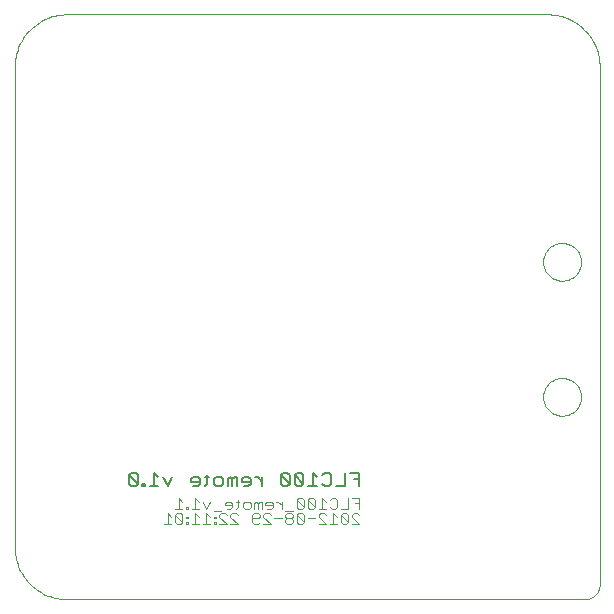
<source format=gbo>
G75*
G70*
%OFA0B0*%
%FSLAX24Y24*%
%IPPOS*%
%LPD*%
%AMOC8*
5,1,8,0,0,1.08239X$1,22.5*
%
%ADD10C,0.0000*%
%ADD11C,0.0060*%
%ADD12C,0.0030*%
D10*
X002425Y000675D02*
X019675Y000675D01*
X019719Y000677D01*
X019762Y000683D01*
X019804Y000692D01*
X019846Y000705D01*
X019886Y000722D01*
X019925Y000742D01*
X019962Y000765D01*
X019996Y000792D01*
X020029Y000821D01*
X020058Y000854D01*
X020085Y000888D01*
X020108Y000925D01*
X020128Y000964D01*
X020145Y001004D01*
X020158Y001046D01*
X020167Y001088D01*
X020173Y001131D01*
X020175Y001175D01*
X020175Y018425D01*
X020173Y018508D01*
X020167Y018591D01*
X020157Y018674D01*
X020143Y018756D01*
X020126Y018838D01*
X020104Y018918D01*
X020079Y018997D01*
X020050Y019075D01*
X020017Y019152D01*
X019980Y019227D01*
X019941Y019300D01*
X019897Y019371D01*
X019851Y019440D01*
X019801Y019507D01*
X019748Y019571D01*
X019692Y019633D01*
X019633Y019692D01*
X019571Y019748D01*
X019507Y019801D01*
X019440Y019851D01*
X019371Y019897D01*
X019300Y019941D01*
X019227Y019980D01*
X019152Y020017D01*
X019075Y020050D01*
X018997Y020079D01*
X018918Y020104D01*
X018838Y020126D01*
X018756Y020143D01*
X018674Y020157D01*
X018591Y020167D01*
X018508Y020173D01*
X018425Y020175D01*
X002425Y020175D01*
X002342Y020173D01*
X002259Y020167D01*
X002176Y020157D01*
X002094Y020143D01*
X002012Y020126D01*
X001932Y020104D01*
X001853Y020079D01*
X001775Y020050D01*
X001698Y020017D01*
X001623Y019980D01*
X001550Y019941D01*
X001479Y019897D01*
X001410Y019851D01*
X001343Y019801D01*
X001279Y019748D01*
X001217Y019692D01*
X001158Y019633D01*
X001102Y019571D01*
X001049Y019507D01*
X000999Y019440D01*
X000953Y019371D01*
X000909Y019300D01*
X000870Y019227D01*
X000833Y019152D01*
X000800Y019075D01*
X000771Y018997D01*
X000746Y018918D01*
X000724Y018838D01*
X000707Y018756D01*
X000693Y018674D01*
X000683Y018591D01*
X000677Y018508D01*
X000675Y018425D01*
X000675Y002425D01*
X000677Y002342D01*
X000683Y002259D01*
X000693Y002176D01*
X000707Y002094D01*
X000724Y002012D01*
X000746Y001932D01*
X000771Y001853D01*
X000800Y001775D01*
X000833Y001698D01*
X000870Y001623D01*
X000909Y001550D01*
X000953Y001479D01*
X000999Y001410D01*
X001049Y001343D01*
X001102Y001279D01*
X001158Y001217D01*
X001217Y001158D01*
X001279Y001102D01*
X001343Y001049D01*
X001410Y000999D01*
X001479Y000953D01*
X001550Y000909D01*
X001623Y000870D01*
X001698Y000833D01*
X001775Y000800D01*
X001853Y000771D01*
X001932Y000746D01*
X002012Y000724D01*
X002094Y000707D01*
X002176Y000693D01*
X002259Y000683D01*
X002342Y000677D01*
X002425Y000675D01*
X018295Y007425D02*
X018297Y007475D01*
X018303Y007525D01*
X018313Y007574D01*
X018327Y007622D01*
X018344Y007669D01*
X018365Y007714D01*
X018390Y007758D01*
X018418Y007799D01*
X018450Y007838D01*
X018484Y007875D01*
X018521Y007909D01*
X018561Y007939D01*
X018603Y007966D01*
X018647Y007990D01*
X018693Y008011D01*
X018740Y008027D01*
X018788Y008040D01*
X018838Y008049D01*
X018887Y008054D01*
X018938Y008055D01*
X018988Y008052D01*
X019037Y008045D01*
X019086Y008034D01*
X019134Y008019D01*
X019180Y008001D01*
X019225Y007979D01*
X019268Y007953D01*
X019309Y007924D01*
X019348Y007892D01*
X019384Y007857D01*
X019416Y007819D01*
X019446Y007779D01*
X019473Y007736D01*
X019496Y007692D01*
X019515Y007646D01*
X019531Y007598D01*
X019543Y007549D01*
X019551Y007500D01*
X019555Y007450D01*
X019555Y007400D01*
X019551Y007350D01*
X019543Y007301D01*
X019531Y007252D01*
X019515Y007204D01*
X019496Y007158D01*
X019473Y007114D01*
X019446Y007071D01*
X019416Y007031D01*
X019384Y006993D01*
X019348Y006958D01*
X019309Y006926D01*
X019268Y006897D01*
X019225Y006871D01*
X019180Y006849D01*
X019134Y006831D01*
X019086Y006816D01*
X019037Y006805D01*
X018988Y006798D01*
X018938Y006795D01*
X018887Y006796D01*
X018838Y006801D01*
X018788Y006810D01*
X018740Y006823D01*
X018693Y006839D01*
X018647Y006860D01*
X018603Y006884D01*
X018561Y006911D01*
X018521Y006941D01*
X018484Y006975D01*
X018450Y007012D01*
X018418Y007051D01*
X018390Y007092D01*
X018365Y007136D01*
X018344Y007181D01*
X018327Y007228D01*
X018313Y007276D01*
X018303Y007325D01*
X018297Y007375D01*
X018295Y007425D01*
X018295Y011925D02*
X018297Y011975D01*
X018303Y012025D01*
X018313Y012074D01*
X018327Y012122D01*
X018344Y012169D01*
X018365Y012214D01*
X018390Y012258D01*
X018418Y012299D01*
X018450Y012338D01*
X018484Y012375D01*
X018521Y012409D01*
X018561Y012439D01*
X018603Y012466D01*
X018647Y012490D01*
X018693Y012511D01*
X018740Y012527D01*
X018788Y012540D01*
X018838Y012549D01*
X018887Y012554D01*
X018938Y012555D01*
X018988Y012552D01*
X019037Y012545D01*
X019086Y012534D01*
X019134Y012519D01*
X019180Y012501D01*
X019225Y012479D01*
X019268Y012453D01*
X019309Y012424D01*
X019348Y012392D01*
X019384Y012357D01*
X019416Y012319D01*
X019446Y012279D01*
X019473Y012236D01*
X019496Y012192D01*
X019515Y012146D01*
X019531Y012098D01*
X019543Y012049D01*
X019551Y012000D01*
X019555Y011950D01*
X019555Y011900D01*
X019551Y011850D01*
X019543Y011801D01*
X019531Y011752D01*
X019515Y011704D01*
X019496Y011658D01*
X019473Y011614D01*
X019446Y011571D01*
X019416Y011531D01*
X019384Y011493D01*
X019348Y011458D01*
X019309Y011426D01*
X019268Y011397D01*
X019225Y011371D01*
X019180Y011349D01*
X019134Y011331D01*
X019086Y011316D01*
X019037Y011305D01*
X018988Y011298D01*
X018938Y011295D01*
X018887Y011296D01*
X018838Y011301D01*
X018788Y011310D01*
X018740Y011323D01*
X018693Y011339D01*
X018647Y011360D01*
X018603Y011384D01*
X018561Y011411D01*
X018521Y011441D01*
X018484Y011475D01*
X018450Y011512D01*
X018418Y011551D01*
X018390Y011592D01*
X018365Y011636D01*
X018344Y011681D01*
X018327Y011728D01*
X018313Y011776D01*
X018303Y011825D01*
X018297Y011875D01*
X018295Y011925D01*
D11*
X012145Y004895D02*
X011851Y004895D01*
X011685Y004895D02*
X011685Y004455D01*
X011391Y004455D01*
X011224Y004528D02*
X011151Y004455D01*
X011004Y004455D01*
X010931Y004528D01*
X010764Y004455D02*
X010470Y004455D01*
X010617Y004455D02*
X010617Y004895D01*
X010764Y004749D01*
X010931Y004822D02*
X011004Y004895D01*
X011151Y004895D01*
X011224Y004822D01*
X011224Y004528D01*
X011998Y004675D02*
X012145Y004675D01*
X012145Y004455D02*
X012145Y004895D01*
X010303Y004822D02*
X010303Y004528D01*
X010010Y004822D01*
X010010Y004528D01*
X010083Y004455D01*
X010230Y004455D01*
X010303Y004528D01*
X010303Y004822D02*
X010230Y004895D01*
X010083Y004895D01*
X010010Y004822D01*
X009843Y004822D02*
X009770Y004895D01*
X009623Y004895D01*
X009549Y004822D01*
X009843Y004528D01*
X009770Y004455D01*
X009623Y004455D01*
X009549Y004528D01*
X009549Y004822D01*
X009843Y004822D02*
X009843Y004528D01*
X008922Y004455D02*
X008922Y004749D01*
X008922Y004602D02*
X008775Y004749D01*
X008702Y004749D01*
X008539Y004675D02*
X008539Y004528D01*
X008465Y004455D01*
X008318Y004455D01*
X008245Y004602D02*
X008539Y004602D01*
X008539Y004675D02*
X008465Y004749D01*
X008318Y004749D01*
X008245Y004675D01*
X008245Y004602D01*
X008078Y004455D02*
X008078Y004749D01*
X008005Y004749D01*
X007931Y004675D01*
X007858Y004749D01*
X007785Y004675D01*
X007785Y004455D01*
X007931Y004455D02*
X007931Y004675D01*
X007618Y004675D02*
X007618Y004528D01*
X007544Y004455D01*
X007398Y004455D01*
X007324Y004528D01*
X007324Y004675D01*
X007398Y004749D01*
X007544Y004749D01*
X007618Y004675D01*
X007157Y004749D02*
X007011Y004749D01*
X007084Y004822D02*
X007084Y004528D01*
X007011Y004455D01*
X006850Y004528D02*
X006850Y004675D01*
X006777Y004749D01*
X006630Y004749D01*
X006557Y004675D01*
X006557Y004602D01*
X006850Y004602D01*
X006850Y004528D02*
X006777Y004455D01*
X006630Y004455D01*
X005930Y004749D02*
X005783Y004455D01*
X005636Y004749D01*
X005469Y004749D02*
X005323Y004895D01*
X005323Y004455D01*
X005469Y004455D02*
X005176Y004455D01*
X005009Y004455D02*
X004936Y004455D01*
X004936Y004528D01*
X005009Y004528D01*
X005009Y004455D01*
X004779Y004528D02*
X004485Y004822D01*
X004485Y004528D01*
X004559Y004455D01*
X004705Y004455D01*
X004779Y004528D01*
X004779Y004822D01*
X004705Y004895D01*
X004559Y004895D01*
X004485Y004822D01*
D12*
X005775Y003560D02*
X005775Y003190D01*
X005652Y003190D02*
X005899Y003190D01*
X006020Y003252D02*
X006082Y003190D01*
X006205Y003190D01*
X006267Y003252D01*
X006020Y003499D01*
X006020Y003252D01*
X005899Y003437D02*
X005775Y003560D01*
X006020Y003499D02*
X006082Y003560D01*
X006205Y003560D01*
X006267Y003499D01*
X006267Y003252D01*
X006389Y003252D02*
X006389Y003190D01*
X006451Y003190D01*
X006451Y003252D01*
X006389Y003252D01*
X006389Y003375D02*
X006451Y003375D01*
X006451Y003437D01*
X006389Y003437D01*
X006389Y003375D01*
X006573Y003190D02*
X006819Y003190D01*
X006941Y003190D02*
X007188Y003190D01*
X007310Y003190D02*
X007372Y003190D01*
X007372Y003252D01*
X007310Y003252D01*
X007310Y003190D01*
X007493Y003190D02*
X007740Y003190D01*
X007493Y003437D01*
X007493Y003499D01*
X007555Y003560D01*
X007679Y003560D01*
X007740Y003499D01*
X007862Y003499D02*
X007923Y003560D01*
X008047Y003560D01*
X008109Y003499D01*
X008046Y003690D02*
X008108Y003752D01*
X008108Y003999D01*
X008170Y003937D02*
X008046Y003937D01*
X007924Y003875D02*
X007924Y003752D01*
X007863Y003690D01*
X007739Y003690D01*
X007678Y003813D02*
X007924Y003813D01*
X007924Y003875D02*
X007863Y003937D01*
X007739Y003937D01*
X007678Y003875D01*
X007678Y003813D01*
X007556Y003628D02*
X007309Y003628D01*
X007310Y003437D02*
X007310Y003375D01*
X007372Y003375D01*
X007372Y003437D01*
X007310Y003437D01*
X007188Y003437D02*
X007064Y003560D01*
X007064Y003190D01*
X006819Y003437D02*
X006696Y003560D01*
X006696Y003190D01*
X006696Y003690D02*
X006696Y004060D01*
X006819Y003937D01*
X006941Y003937D02*
X007064Y003690D01*
X007188Y003937D01*
X006819Y003690D02*
X006573Y003690D01*
X006451Y003690D02*
X006389Y003690D01*
X006389Y003752D01*
X006451Y003752D01*
X006451Y003690D01*
X006267Y003690D02*
X006020Y003690D01*
X006144Y003690D02*
X006144Y004060D01*
X006267Y003937D01*
X007862Y003499D02*
X007862Y003437D01*
X008109Y003190D01*
X007862Y003190D01*
X008353Y003690D02*
X008291Y003752D01*
X008291Y003875D01*
X008353Y003937D01*
X008477Y003937D01*
X008538Y003875D01*
X008538Y003752D01*
X008477Y003690D01*
X008353Y003690D01*
X008598Y003499D02*
X008660Y003560D01*
X008783Y003560D01*
X008845Y003499D01*
X008845Y003437D01*
X008783Y003375D01*
X008598Y003375D01*
X008598Y003252D02*
X008598Y003499D01*
X008660Y003690D02*
X008660Y003875D01*
X008721Y003937D01*
X008783Y003875D01*
X008783Y003690D01*
X008907Y003690D02*
X008907Y003937D01*
X008845Y003937D01*
X008783Y003875D01*
X009028Y003875D02*
X009028Y003813D01*
X009275Y003813D01*
X009275Y003752D02*
X009275Y003875D01*
X009213Y003937D01*
X009090Y003937D01*
X009028Y003875D01*
X009090Y003690D02*
X009213Y003690D01*
X009275Y003752D01*
X009397Y003937D02*
X009458Y003937D01*
X009582Y003813D01*
X009582Y003690D02*
X009582Y003937D01*
X009703Y003628D02*
X009950Y003628D01*
X009888Y003560D02*
X009765Y003560D01*
X009703Y003499D01*
X009703Y003437D01*
X009765Y003375D01*
X009888Y003375D01*
X009950Y003437D01*
X009950Y003499D01*
X009888Y003560D01*
X009888Y003375D02*
X009950Y003313D01*
X009950Y003252D01*
X009888Y003190D01*
X009765Y003190D01*
X009703Y003252D01*
X009703Y003313D01*
X009765Y003375D01*
X009582Y003375D02*
X009335Y003375D01*
X009213Y003499D02*
X009152Y003560D01*
X009028Y003560D01*
X008967Y003499D01*
X008967Y003437D01*
X009213Y003190D01*
X008967Y003190D01*
X008845Y003252D02*
X008783Y003190D01*
X008660Y003190D01*
X008598Y003252D01*
X010072Y003252D02*
X010133Y003190D01*
X010257Y003190D01*
X010318Y003252D01*
X010072Y003499D01*
X010072Y003252D01*
X010318Y003252D02*
X010318Y003499D01*
X010257Y003560D01*
X010133Y003560D01*
X010072Y003499D01*
X010133Y003690D02*
X010257Y003690D01*
X010318Y003752D01*
X010072Y003999D01*
X010072Y003752D01*
X010133Y003690D01*
X010318Y003752D02*
X010318Y003999D01*
X010257Y004060D01*
X010133Y004060D01*
X010072Y003999D01*
X010440Y003999D02*
X010687Y003752D01*
X010625Y003690D01*
X010502Y003690D01*
X010440Y003752D01*
X010440Y003999D01*
X010502Y004060D01*
X010625Y004060D01*
X010687Y003999D01*
X010687Y003752D01*
X010808Y003690D02*
X011055Y003690D01*
X010932Y003690D02*
X010932Y004060D01*
X011055Y003937D01*
X011176Y003999D02*
X011238Y004060D01*
X011362Y004060D01*
X011423Y003999D01*
X011423Y003752D01*
X011362Y003690D01*
X011238Y003690D01*
X011176Y003752D01*
X011300Y003560D02*
X011423Y003437D01*
X011545Y003499D02*
X011545Y003252D01*
X011607Y003190D01*
X011730Y003190D01*
X011792Y003252D01*
X011545Y003499D01*
X011607Y003560D01*
X011730Y003560D01*
X011792Y003499D01*
X011792Y003252D01*
X011913Y003190D02*
X012160Y003190D01*
X011913Y003437D01*
X011913Y003499D01*
X011975Y003560D01*
X012098Y003560D01*
X012160Y003499D01*
X012160Y003690D02*
X012160Y004060D01*
X011913Y004060D01*
X011792Y004060D02*
X011792Y003690D01*
X011545Y003690D01*
X011300Y003560D02*
X011300Y003190D01*
X011423Y003190D02*
X011176Y003190D01*
X011055Y003190D02*
X010808Y003437D01*
X010808Y003499D01*
X010870Y003560D01*
X010993Y003560D01*
X011055Y003499D01*
X011055Y003190D02*
X010808Y003190D01*
X010687Y003375D02*
X010440Y003375D01*
X012037Y003875D02*
X012160Y003875D01*
M02*

</source>
